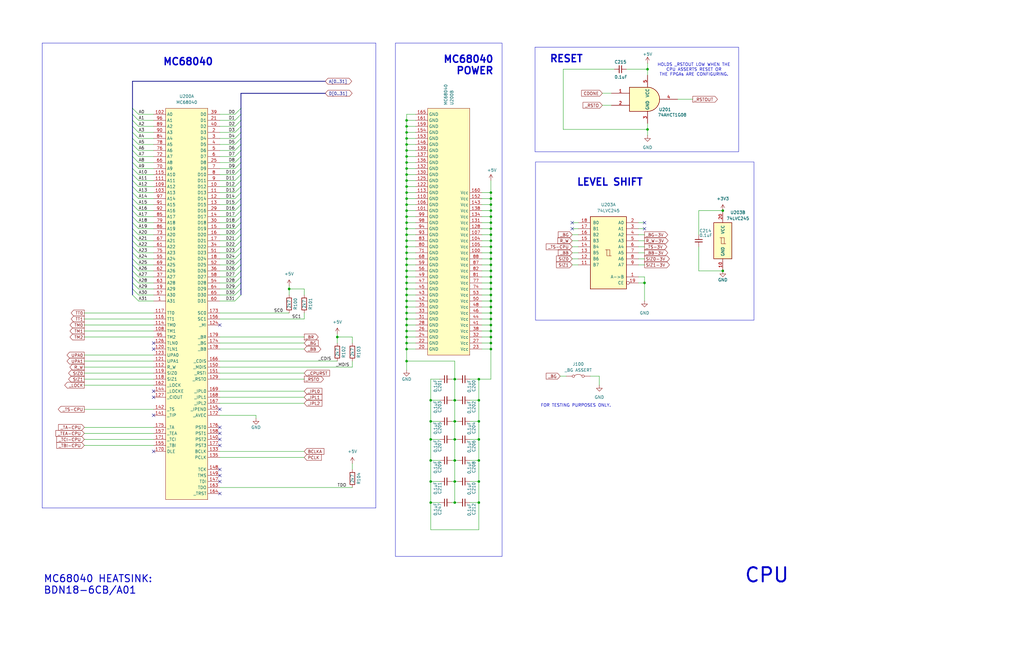
<source format=kicad_sch>
(kicad_sch (version 20231120) (generator "eeschema") (generator_version "8.0")
  (paper "B")
  (title_block (title "AmigaPCI 68040 Local Bus Card") (date "2024-10-26") (rev "4.0"))
  (junction (at 171.45 63.5))
  (junction (at 171.45 83.82))
  (junction (at 121.92 121.92))
  (junction (at 171.45 58.42))
  (junction (at 181.61 203.2))
  (junction (at 191.77 177.8))
  (junction (at 201.93 177.8))
  (junction (at 181.61 212.09))
  (junction (at 171.45 68.58))
  (junction (at 171.45 76.2))
  (junction (at 304.8 114.3))
  (junction (at 171.45 134.62))
  (junction (at 171.45 127))
  (junction (at 207.01 129.54))
  (junction (at 207.01 144.78))
  (junction (at 207.01 121.92))
  (junction (at 171.45 132.08))
  (junction (at 207.01 139.7))
  (junction (at 171.45 152.4))
  (junction (at 191.77 185.42))
  (junction (at 171.45 137.16))
  (junction (at 181.61 177.8))
  (junction (at 207.01 104.14))
  (junction (at 171.45 104.14))
  (junction (at 171.45 81.28))
  (junction (at 171.45 71.12))
  (junction (at 171.45 147.32))
  (junction (at 191.77 203.2))
  (junction (at 207.01 106.68))
  (junction (at 171.45 93.98))
  (junction (at 207.01 147.32))
  (junction (at 171.45 111.76))
  (junction (at 181.61 168.91))
  (junction (at 207.01 114.3))
  (junction (at 271.78 119.38))
  (junction (at 207.01 99.06))
  (junction (at 171.45 66.04))
  (junction (at 142.24 142.24))
  (junction (at 207.01 93.98))
  (junction (at 201.93 194.31))
  (junction (at 171.45 116.84))
  (junction (at 171.45 96.52))
  (junction (at 207.01 132.08))
  (junction (at 171.45 144.78))
  (junction (at 207.01 83.82))
  (junction (at 304.8 88.9))
  (junction (at 273.05 29.21))
  (junction (at 207.01 116.84))
  (junction (at 171.45 73.66))
  (junction (at 171.45 109.22))
  (junction (at 171.45 55.88))
  (junction (at 207.01 88.9))
  (junction (at 171.45 88.9))
  (junction (at 191.77 168.91))
  (junction (at 171.45 139.7))
  (junction (at 201.93 212.09))
  (junction (at 207.01 134.62))
  (junction (at 171.45 124.46))
  (junction (at 171.45 99.06))
  (junction (at 207.01 91.44))
  (junction (at 207.01 127))
  (junction (at 207.01 119.38))
  (junction (at 201.93 160.02))
  (junction (at 171.45 86.36))
  (junction (at 207.01 81.28))
  (junction (at 171.45 53.34))
  (junction (at 171.45 91.44))
  (junction (at 207.01 101.6))
  (junction (at 171.45 129.54))
  (junction (at 171.45 106.68))
  (junction (at 171.45 142.24))
  (junction (at 207.01 86.36))
  (junction (at 207.01 109.22))
  (junction (at 273.05 54.61))
  (junction (at 191.77 194.31))
  (junction (at 171.45 50.8))
  (junction (at 201.93 203.2))
  (junction (at 201.93 185.42))
  (junction (at 181.61 185.42))
  (junction (at 171.45 60.96))
  (junction (at 171.45 121.92))
  (junction (at 191.77 212.09))
  (junction (at 207.01 137.16))
  (junction (at 181.61 194.31))
  (junction (at 171.45 101.6))
  (junction (at 171.45 119.38))
  (junction (at 171.45 78.74))
  (junction (at 207.01 111.76))
  (junction (at 201.93 168.91))
  (junction (at 207.01 142.24))
  (junction (at 207.01 124.46))
  (junction (at 207.01 96.52))
  (junction (at 171.45 114.3))
  (junction (at 191.77 160.02))
  (no_connect (at 92.71 208.28))
  (no_connect (at 64.77 144.78))
  (no_connect (at 271.78 96.52))
  (no_connect (at 64.77 175.26))
  (no_connect (at 64.77 190.5))
  (no_connect (at 64.77 167.64))
  (no_connect (at 92.71 185.42))
  (no_connect (at 64.77 165.1))
  (no_connect (at 92.71 182.88))
  (no_connect (at 64.77 147.32))
  (no_connect (at 92.71 137.16))
  (no_connect (at 92.71 172.72))
  (no_connect (at 271.78 93.98))
  (no_connect (at 92.71 200.66))
  (no_connect (at 92.71 198.12))
  (no_connect (at 92.71 187.96))
  (no_connect (at 241.3 93.98))
  (no_connect (at 241.3 96.52))
  (no_connect (at 92.71 203.2))
  (no_connect (at 92.71 180.34))
  (bus_entry (at 99.06 50.8) (size 2.54 -2.54))
  (bus_entry (at 99.06 91.44) (size 2.54 -2.54))
  (bus_entry (at 58.42 106.68) (size -2.54 -2.54))
  (bus_entry (at 99.06 76.2) (size 2.54 -2.54))
  (bus_entry (at 58.42 58.42) (size -2.54 -2.54))
  (bus_entry (at 58.42 88.9) (size -2.54 -2.54))
  (bus_entry (at 99.06 78.74) (size 2.54 -2.54))
  (bus_entry (at 99.06 104.14) (size 2.54 -2.54))
  (bus_entry (at 99.06 60.96) (size 2.54 -2.54))
  (bus_entry (at 99.06 83.82) (size 2.54 -2.54))
  (bus_entry (at 58.42 83.82) (size -2.54 -2.54))
  (bus_entry (at 58.42 63.5) (size -2.54 -2.54))
  (bus_entry (at 99.06 63.5) (size 2.54 -2.54))
  (bus_entry (at 58.42 96.52) (size -2.54 -2.54))
  (bus_entry (at 99.06 101.6) (size 2.54 -2.54))
  (bus_entry (at 58.42 116.84) (size -2.54 -2.54))
  (bus_entry (at 58.42 124.46) (size -2.54 -2.54))
  (bus_entry (at 58.42 93.98) (size -2.54 -2.54))
  (bus_entry (at 99.06 116.84) (size 2.54 -2.54))
  (bus_entry (at 99.06 124.46) (size 2.54 -2.54))
  (bus_entry (at 99.06 106.68) (size 2.54 -2.54))
  (bus_entry (at 58.42 81.28) (size -2.54 -2.54))
  (bus_entry (at 58.42 101.6) (size -2.54 -2.54))
  (bus_entry (at 99.06 53.34) (size 2.54 -2.54))
  (bus_entry (at 99.06 86.36) (size 2.54 -2.54))
  (bus_entry (at 99.06 88.9) (size 2.54 -2.54))
  (bus_entry (at 58.42 48.26) (size -2.54 -2.54))
  (bus_entry (at 58.42 109.22) (size -2.54 -2.54))
  (bus_entry (at 99.06 93.98) (size 2.54 -2.54))
  (bus_entry (at 58.42 50.8) (size -2.54 -2.54))
  (bus_entry (at 58.42 121.92) (size -2.54 -2.54))
  (bus_entry (at 58.42 127) (size -2.54 -2.54))
  (bus_entry (at 58.42 91.44) (size -2.54 -2.54))
  (bus_entry (at 99.06 73.66) (size 2.54 -2.54))
  (bus_entry (at 58.42 119.38) (size -2.54 -2.54))
  (bus_entry (at 58.42 114.3) (size -2.54 -2.54))
  (bus_entry (at 99.06 58.42) (size 2.54 -2.54))
  (bus_entry (at 99.06 121.92) (size 2.54 -2.54))
  (bus_entry (at 99.06 109.22) (size 2.54 -2.54))
  (bus_entry (at 58.42 71.12) (size -2.54 -2.54))
  (bus_entry (at 99.06 127) (size 2.54 -2.54))
  (bus_entry (at 99.06 111.76) (size 2.54 -2.54))
  (bus_entry (at 58.42 53.34) (size -2.54 -2.54))
  (bus_entry (at 58.42 99.06) (size -2.54 -2.54))
  (bus_entry (at 58.42 78.74) (size -2.54 -2.54))
  (bus_entry (at 99.06 114.3) (size 2.54 -2.54))
  (bus_entry (at 58.42 86.36) (size -2.54 -2.54))
  (bus_entry (at 99.06 55.88) (size 2.54 -2.54))
  (bus_entry (at 58.42 104.14) (size -2.54 -2.54))
  (bus_entry (at 58.42 111.76) (size -2.54 -2.54))
  (bus_entry (at 99.06 66.04) (size 2.54 -2.54))
  (bus_entry (at 58.42 66.04) (size -2.54 -2.54))
  (bus_entry (at 58.42 60.96) (size -2.54 -2.54))
  (bus_entry (at 99.06 119.38) (size 2.54 -2.54))
  (bus_entry (at 58.42 73.66) (size -2.54 -2.54))
  (bus_entry (at 99.06 96.52) (size 2.54 -2.54))
  (bus_entry (at 58.42 68.58) (size -2.54 -2.54))
  (bus_entry (at 99.06 48.26) (size 2.54 -2.54))
  (bus_entry (at 99.06 81.28) (size 2.54 -2.54))
  (bus_entry (at 99.06 99.06) (size 2.54 -2.54))
  (bus_entry (at 58.42 76.2) (size -2.54 -2.54))
  (bus_entry (at 99.06 71.12) (size 2.54 -2.54))
  (bus_entry (at 99.06 68.58) (size 2.54 -2.54))
  (bus_entry (at 58.42 55.88) (size -2.54 -2.54))
  (wire (pts (xy 35.56 152.4) (xy 64.77 152.4)))
  (wire (pts (xy 236.22 158.75) (xy 238.76 158.75)))
  (wire (pts (xy 171.45 106.68) (xy 171.45 109.22)))
  (wire (pts (xy 207.01 99.06) (xy 207.01 101.6)))
  (wire (pts (xy 92.71 132.08) (xy 121.92 132.08)))
  (wire (pts (xy 92.71 127) (xy 99.06 127)))
  (wire (pts (xy 241.3 96.52) (xy 243.84 96.52)))
  (wire (pts (xy 207.01 116.84) (xy 203.2 116.84)))
  (wire (pts (xy 191.77 152.4) (xy 191.77 160.02)))
  (wire (pts (xy 207.01 83.82) (xy 207.01 86.36)))
  (wire (pts (xy 58.42 81.28) (xy 64.77 81.28)))
  (wire (pts (xy 58.42 73.66) (xy 64.77 73.66)))
  (wire (pts (xy 175.26 81.28) (xy 171.45 81.28)))
  (wire (pts (xy 58.42 119.38) (xy 64.77 119.38)))
  (wire (pts (xy 92.71 73.66) (xy 99.06 73.66)))
  (bus (pts (xy 101.6 83.82) (xy 101.6 86.36)))
  (wire (pts (xy 198.12 160.02) (xy 201.93 160.02)))
  (wire (pts (xy 269.24 116.84) (xy 271.78 116.84)))
  (wire (pts (xy 171.45 73.66) (xy 171.45 76.2)))
  (wire (pts (xy 193.04 212.09) (xy 191.77 212.09)))
  (wire (pts (xy 193.04 203.2) (xy 191.77 203.2)))
  (wire (pts (xy 128.27 124.46) (xy 128.27 121.92)))
  (wire (pts (xy 35.56 149.86) (xy 64.77 149.86)))
  (wire (pts (xy 207.01 121.92) (xy 207.01 124.46)))
  (wire (pts (xy 35.56 180.34) (xy 64.77 180.34)))
  (wire (pts (xy 207.01 104.14) (xy 207.01 106.68)))
  (wire (pts (xy 175.26 96.52) (xy 171.45 96.52)))
  (wire (pts (xy 148.59 195.58) (xy 148.59 198.12)))
  (bus (pts (xy 101.6 109.22) (xy 101.6 111.76)))
  (bus (pts (xy 55.88 96.52) (xy 55.88 99.06)))
  (wire (pts (xy 181.61 203.2) (xy 185.42 203.2)))
  (wire (pts (xy 35.56 182.88) (xy 64.77 182.88)))
  (wire (pts (xy 191.77 185.42) (xy 191.77 194.31)))
  (wire (pts (xy 58.42 121.92) (xy 64.77 121.92)))
  (bus (pts (xy 101.6 106.68) (xy 101.6 109.22)))
  (bus (pts (xy 55.88 68.58) (xy 55.88 71.12)))
  (wire (pts (xy 181.61 160.02) (xy 181.61 168.91)))
  (wire (pts (xy 175.26 147.32) (xy 171.45 147.32)))
  (wire (pts (xy 92.71 50.8) (xy 99.06 50.8)))
  (wire (pts (xy 175.26 106.68) (xy 171.45 106.68)))
  (wire (pts (xy 171.45 50.8) (xy 171.45 53.34)))
  (wire (pts (xy 92.71 91.44) (xy 99.06 91.44)))
  (wire (pts (xy 198.12 168.91) (xy 201.93 168.91)))
  (wire (pts (xy 201.93 223.52) (xy 181.61 223.52)))
  (wire (pts (xy 207.01 144.78) (xy 207.01 147.32)))
  (wire (pts (xy 92.71 55.88) (xy 99.06 55.88)))
  (wire (pts (xy 58.42 83.82) (xy 64.77 83.82)))
  (wire (pts (xy 58.42 86.36) (xy 64.77 86.36)))
  (bus (pts (xy 101.6 86.36) (xy 101.6 88.9)))
  (wire (pts (xy 171.45 129.54) (xy 171.45 132.08)))
  (wire (pts (xy 207.01 114.3) (xy 203.2 114.3)))
  (bus (pts (xy 101.6 45.72) (xy 101.6 48.26)))
  (wire (pts (xy 58.42 114.3) (xy 64.77 114.3)))
  (bus (pts (xy 55.88 83.82) (xy 55.88 86.36)))
  (wire (pts (xy 35.56 154.94) (xy 64.77 154.94)))
  (bus (pts (xy 101.6 101.6) (xy 101.6 104.14)))
  (bus (pts (xy 101.6 121.92) (xy 101.6 124.46)))
  (wire (pts (xy 175.26 101.6) (xy 171.45 101.6)))
  (wire (pts (xy 207.01 144.78) (xy 203.2 144.78)))
  (wire (pts (xy 207.01 81.28) (xy 207.01 83.82)))
  (wire (pts (xy 175.26 119.38) (xy 171.45 119.38)))
  (wire (pts (xy 203.2 132.08) (xy 207.01 132.08)))
  (wire (pts (xy 171.45 58.42) (xy 171.45 60.96)))
  (bus (pts (xy 55.88 66.04) (xy 55.88 68.58)))
  (wire (pts (xy 35.56 162.56) (xy 64.77 162.56)))
  (bus (pts (xy 55.88 81.28) (xy 55.88 83.82)))
  (wire (pts (xy 175.26 50.8) (xy 171.45 50.8)))
  (wire (pts (xy 171.45 55.88) (xy 171.45 58.42)))
  (wire (pts (xy 191.77 168.91) (xy 190.5 168.91)))
  (wire (pts (xy 241.3 109.22) (xy 243.84 109.22)))
  (bus (pts (xy 55.88 50.8) (xy 55.88 53.34)))
  (wire (pts (xy 171.45 60.96) (xy 171.45 63.5)))
  (wire (pts (xy 175.26 93.98) (xy 171.45 93.98)))
  (bus (pts (xy 101.6 66.04) (xy 101.6 68.58)))
  (wire (pts (xy 241.3 111.76) (xy 243.84 111.76)))
  (wire (pts (xy 92.71 99.06) (xy 99.06 99.06)))
  (wire (pts (xy 171.45 111.76) (xy 171.45 114.3)))
  (wire (pts (xy 175.26 116.84) (xy 171.45 116.84)))
  (wire (pts (xy 193.04 160.02) (xy 191.77 160.02)))
  (wire (pts (xy 271.78 119.38) (xy 269.24 119.38)))
  (wire (pts (xy 175.26 99.06) (xy 171.45 99.06)))
  (wire (pts (xy 207.01 139.7) (xy 207.01 142.24)))
  (wire (pts (xy 171.45 53.34) (xy 171.45 55.88)))
  (wire (pts (xy 175.26 68.58) (xy 171.45 68.58)))
  (wire (pts (xy 171.45 144.78) (xy 171.45 147.32)))
  (wire (pts (xy 294.64 114.3) (xy 304.8 114.3)))
  (wire (pts (xy 207.01 99.06) (xy 203.2 99.06)))
  (bus (pts (xy 55.88 48.26) (xy 55.88 50.8)))
  (bus (pts (xy 101.6 68.58) (xy 101.6 71.12)))
  (wire (pts (xy 191.77 168.91) (xy 191.77 177.8)))
  (wire (pts (xy 193.04 168.91) (xy 191.77 168.91)))
  (wire (pts (xy 35.56 187.96) (xy 64.77 187.96)))
  (bus (pts (xy 101.6 60.96) (xy 101.6 63.5)))
  (wire (pts (xy 241.3 93.98) (xy 243.84 93.98)))
  (wire (pts (xy 241.3 104.14) (xy 243.84 104.14)))
  (wire (pts (xy 58.42 101.6) (xy 64.77 101.6)))
  (wire (pts (xy 121.92 121.92) (xy 121.92 124.46)))
  (wire (pts (xy 148.59 144.78) (xy 148.59 142.24)))
  (bus (pts (xy 101.6 119.38) (xy 101.6 121.92)))
  (wire (pts (xy 207.01 109.22) (xy 207.01 111.76)))
  (bus (pts (xy 55.88 88.9) (xy 55.88 91.44)))
  (bus (pts (xy 55.88 93.98) (xy 55.88 96.52)))
  (wire (pts (xy 198.12 185.42) (xy 201.93 185.42)))
  (wire (pts (xy 207.01 124.46) (xy 207.01 127)))
  (wire (pts (xy 92.71 134.62) (xy 128.27 134.62)))
  (bus (pts (xy 55.88 55.88) (xy 55.88 58.42)))
  (wire (pts (xy 92.71 116.84) (xy 99.06 116.84)))
  (wire (pts (xy 207.01 139.7) (xy 203.2 139.7)))
  (wire (pts (xy 181.61 177.8) (xy 185.42 177.8)))
  (wire (pts (xy 207.01 127) (xy 203.2 127)))
  (wire (pts (xy 58.42 116.84) (xy 64.77 116.84)))
  (wire (pts (xy 171.45 119.38) (xy 171.45 121.92)))
  (wire (pts (xy 92.71 142.24) (xy 128.27 142.24)))
  (wire (pts (xy 248.92 158.75) (xy 252.73 158.75)))
  (wire (pts (xy 175.26 55.88) (xy 171.45 55.88)))
  (wire (pts (xy 207.01 96.52) (xy 207.01 99.06)))
  (wire (pts (xy 207.01 127) (xy 207.01 129.54)))
  (bus (pts (xy 55.88 76.2) (xy 55.88 78.74)))
  (wire (pts (xy 92.71 193.04) (xy 128.27 193.04)))
  (wire (pts (xy 175.26 121.92) (xy 171.45 121.92)))
  (bus (pts (xy 101.6 58.42) (xy 101.6 60.96)))
  (wire (pts (xy 207.01 83.82) (xy 203.2 83.82)))
  (wire (pts (xy 92.71 104.14) (xy 99.06 104.14)))
  (wire (pts (xy 175.26 129.54) (xy 171.45 129.54)))
  (wire (pts (xy 92.71 53.34) (xy 99.06 53.34)))
  (wire (pts (xy 201.93 177.8) (xy 201.93 185.42)))
  (wire (pts (xy 171.45 137.16) (xy 171.45 139.7)))
  (wire (pts (xy 191.77 177.8) (xy 191.77 185.42)))
  (wire (pts (xy 191.77 212.09) (xy 190.5 212.09)))
  (wire (pts (xy 271.78 99.06) (xy 269.24 99.06)))
  (wire (pts (xy 175.26 142.24) (xy 171.45 142.24)))
  (bus (pts (xy 101.6 93.98) (xy 101.6 96.52)))
  (wire (pts (xy 92.71 71.12) (xy 99.06 71.12)))
  (wire (pts (xy 207.01 106.68) (xy 203.2 106.68)))
  (wire (pts (xy 207.01 119.38) (xy 207.01 121.92)))
  (wire (pts (xy 252.73 158.75) (xy 252.73 162.56)))
  (wire (pts (xy 171.45 83.82) (xy 171.45 86.36)))
  (wire (pts (xy 148.59 142.24) (xy 142.24 142.24)))
  (wire (pts (xy 58.42 50.8) (xy 64.77 50.8)))
  (wire (pts (xy 181.61 212.09) (xy 181.61 223.52)))
  (bus (pts (xy 101.6 55.88) (xy 101.6 58.42)))
  (bus (pts (xy 101.6 91.44) (xy 101.6 93.98)))
  (wire (pts (xy 142.24 140.97) (xy 142.24 142.24)))
  (wire (pts (xy 58.42 53.34) (xy 64.77 53.34)))
  (wire (pts (xy 207.01 134.62) (xy 207.01 137.16)))
  (wire (pts (xy 58.42 68.58) (xy 64.77 68.58)))
  (wire (pts (xy 58.42 124.46) (xy 64.77 124.46)))
  (wire (pts (xy 207.01 116.84) (xy 207.01 119.38)))
  (wire (pts (xy 92.71 58.42) (xy 99.06 58.42)))
  (wire (pts (xy 171.45 96.52) (xy 171.45 99.06)))
  (wire (pts (xy 207.01 104.14) (xy 203.2 104.14)))
  (bus (pts (xy 101.6 73.66) (xy 101.6 76.2)))
  (wire (pts (xy 207.01 106.68) (xy 207.01 109.22)))
  (wire (pts (xy 175.26 127) (xy 171.45 127)))
  (wire (pts (xy 58.42 58.42) (xy 64.77 58.42)))
  (wire (pts (xy 175.26 124.46) (xy 171.45 124.46)))
  (wire (pts (xy 193.04 185.42) (xy 191.77 185.42)))
  (wire (pts (xy 198.12 177.8) (xy 201.93 177.8)))
  (wire (pts (xy 171.45 114.3) (xy 171.45 116.84)))
  (wire (pts (xy 35.56 132.08) (xy 64.77 132.08)))
  (wire (pts (xy 207.01 114.3) (xy 207.01 116.84)))
  (bus (pts (xy 55.88 106.68) (xy 55.88 109.22)))
  (bus (pts (xy 101.6 104.14) (xy 101.6 106.68)))
  (wire (pts (xy 171.45 81.28) (xy 171.45 83.82)))
  (wire (pts (xy 191.77 160.02) (xy 191.77 168.91)))
  (wire (pts (xy 175.26 58.42) (xy 171.45 58.42)))
  (bus (pts (xy 55.88 34.29) (xy 137.16 34.29)))
  (wire (pts (xy 92.71 88.9) (xy 99.06 88.9)))
  (wire (pts (xy 294.64 99.06) (xy 294.64 88.9)))
  (wire (pts (xy 175.26 104.14) (xy 171.45 104.14)))
  (bus (pts (xy 55.88 101.6) (xy 55.88 104.14)))
  (wire (pts (xy 271.78 109.22) (xy 269.24 109.22)))
  (bus (pts (xy 55.88 91.44) (xy 55.88 93.98)))
  (wire (pts (xy 175.26 111.76) (xy 171.45 111.76)))
  (wire (pts (xy 92.71 157.48) (xy 128.27 157.48)))
  (wire (pts (xy 171.45 68.58) (xy 171.45 71.12)))
  (bus (pts (xy 55.88 58.42) (xy 55.88 60.96)))
  (wire (pts (xy 171.45 142.24) (xy 171.45 144.78)))
  (wire (pts (xy 92.71 68.58) (xy 99.06 68.58)))
  (wire (pts (xy 237.49 54.61) (xy 273.05 54.61)))
  (wire (pts (xy 191.77 194.31) (xy 191.77 203.2)))
  (wire (pts (xy 269.24 111.76) (xy 271.78 111.76)))
  (wire (pts (xy 207.01 142.24) (xy 207.01 144.78)))
  (bus (pts (xy 55.88 99.06) (xy 55.88 101.6)))
  (wire (pts (xy 58.42 104.14) (xy 64.77 104.14)))
  (wire (pts (xy 207.01 132.08) (xy 207.01 134.62)))
  (wire (pts (xy 92.71 83.82) (xy 99.06 83.82)))
  (wire (pts (xy 264.16 29.21) (xy 273.05 29.21)))
  (bus (pts (xy 55.88 60.96) (xy 55.88 63.5)))
  (wire (pts (xy 58.42 63.5) (xy 64.77 63.5)))
  (wire (pts (xy 198.12 212.09) (xy 201.93 212.09)))
  (bus (pts (xy 101.6 63.5) (xy 101.6 66.04)))
  (wire (pts (xy 254 39.37) (xy 257.81 39.37)))
  (wire (pts (xy 58.42 99.06) (xy 64.77 99.06)))
  (wire (pts (xy 207.01 109.22) (xy 203.2 109.22)))
  (wire (pts (xy 92.71 96.52) (xy 99.06 96.52)))
  (wire (pts (xy 271.78 93.98) (xy 269.24 93.98)))
  (wire (pts (xy 207.01 111.76) (xy 207.01 114.3)))
  (bus (pts (xy 55.88 111.76) (xy 55.88 114.3)))
  (wire (pts (xy 175.26 137.16) (xy 171.45 137.16)))
  (wire (pts (xy 198.12 194.31) (xy 201.93 194.31)))
  (wire (pts (xy 92.71 78.74) (xy 99.06 78.74)))
  (bus (pts (xy 55.88 119.38) (xy 55.88 121.92)))
  (wire (pts (xy 181.61 194.31) (xy 181.61 203.2)))
  (wire (pts (xy 191.77 160.02) (xy 190.5 160.02)))
  (wire (pts (xy 241.3 101.6) (xy 243.84 101.6)))
  (wire (pts (xy 175.26 73.66) (xy 171.45 73.66)))
  (wire (pts (xy 259.08 29.21) (xy 237.49 29.21)))
  (bus (pts (xy 55.88 63.5) (xy 55.88 66.04)))
  (wire (pts (xy 207.01 119.38) (xy 203.2 119.38)))
  (wire (pts (xy 207.01 96.52) (xy 203.2 96.52)))
  (wire (pts (xy 181.61 160.02) (xy 185.42 160.02)))
  (wire (pts (xy 207.01 137.16) (xy 203.2 137.16)))
  (wire (pts (xy 271.78 106.68) (xy 269.24 106.68)))
  (wire (pts (xy 201.93 203.2) (xy 201.93 212.09)))
  (wire (pts (xy 175.26 91.44) (xy 171.45 91.44)))
  (wire (pts (xy 35.56 137.16) (xy 64.77 137.16)))
  (wire (pts (xy 175.26 132.08) (xy 171.45 132.08)))
  (wire (pts (xy 203.2 91.44) (xy 207.01 91.44)))
  (wire (pts (xy 175.26 88.9) (xy 171.45 88.9)))
  (wire (pts (xy 207.01 88.9) (xy 207.01 91.44)))
  (wire (pts (xy 92.71 66.04) (xy 99.06 66.04)))
  (wire (pts (xy 271.78 101.6) (xy 269.24 101.6)))
  (wire (pts (xy 92.71 101.6) (xy 99.06 101.6)))
  (wire (pts (xy 207.01 137.16) (xy 207.01 139.7)))
  (wire (pts (xy 171.45 156.21) (xy 171.45 152.4)))
  (wire (pts (xy 207.01 93.98) (xy 207.01 96.52)))
  (wire (pts (xy 58.42 71.12) (xy 64.77 71.12)))
  (wire (pts (xy 58.42 55.88) (xy 64.77 55.88)))
  (wire (pts (xy 92.71 76.2) (xy 99.06 76.2)))
  (wire (pts (xy 181.61 194.31) (xy 185.42 194.31)))
  (wire (pts (xy 171.45 91.44) (xy 171.45 93.98)))
  (wire (pts (xy 121.92 120.65) (xy 121.92 121.92)))
  (wire (pts (xy 191.77 177.8) (xy 190.5 177.8)))
  (wire (pts (xy 171.45 139.7) (xy 171.45 142.24)))
  (wire (pts (xy 58.42 76.2) (xy 64.77 76.2)))
  (wire (pts (xy 142.24 142.24) (xy 142.24 144.78)))
  (wire (pts (xy 92.71 147.32) (xy 128.27 147.32)))
  (wire (pts (xy 207.01 91.44) (xy 207.01 93.98)))
  (wire (pts (xy 273.05 29.21) (xy 273.05 31.75)))
  (bus (pts (xy 55.88 53.34) (xy 55.88 55.88)))
  (bus (pts (xy 101.6 76.2) (xy 101.6 78.74)))
  (wire (pts (xy 175.26 139.7) (xy 171.45 139.7)))
  (bus (pts (xy 101.6 39.37) (xy 137.16 39.37)))
  (wire (pts (xy 181.61 168.91) (xy 185.42 168.91)))
  (wire (pts (xy 171.45 116.84) (xy 171.45 119.38)))
  (wire (pts (xy 175.26 114.3) (xy 171.45 114.3)))
  (wire (pts (xy 175.26 109.22) (xy 171.45 109.22)))
  (bus (pts (xy 101.6 96.52) (xy 101.6 99.06)))
  (wire (pts (xy 171.45 48.26) (xy 171.45 50.8)))
  (bus (pts (xy 101.6 45.72) (xy 101.6 39.37)))
  (wire (pts (xy 171.45 78.74) (xy 171.45 81.28)))
  (wire (pts (xy 35.56 134.62) (xy 64.77 134.62)))
  (wire (pts (xy 171.45 104.14) (xy 171.45 106.68)))
  (wire (pts (xy 171.45 124.46) (xy 171.45 127)))
  (wire (pts (xy 271.78 104.14) (xy 269.24 104.14)))
  (wire (pts (xy 175.26 66.04) (xy 171.45 66.04)))
  (wire (pts (xy 181.61 168.91) (xy 181.61 177.8)))
  (wire (pts (xy 292.1 41.91) (xy 285.75 41.91)))
  (wire (pts (xy 191.77 152.4) (xy 171.45 152.4)))
  (wire (pts (xy 35.56 172.72) (xy 64.77 172.72)))
  (wire (pts (xy 181.61 177.8) (xy 181.61 185.42)))
  (wire (pts (xy 35.56 160.02) (xy 64.77 160.02)))
  (wire (pts (xy 175.26 63.5) (xy 171.45 63.5)))
  (wire (pts (xy 148.59 152.4) (xy 148.59 154.94)))
  (wire (pts (xy 171.45 86.36) (xy 171.45 88.9)))
  (wire (pts (xy 273.05 54.61) (xy 273.05 57.15)))
  (wire (pts (xy 207.01 129.54) (xy 207.01 132.08)))
  (wire (pts (xy 92.71 167.64) (xy 128.27 167.64)))
  (wire (pts (xy 294.64 104.14) (xy 294.64 114.3)))
  (wire (pts (xy 92.71 114.3) (xy 99.06 114.3)))
  (wire (pts (xy 203.2 111.76) (xy 207.01 111.76)))
  (wire (pts (xy 92.71 109.22) (xy 99.06 109.22)))
  (wire (pts (xy 273.05 52.07) (xy 273.05 54.61)))
  (wire (pts (xy 92.71 205.74) (xy 148.59 205.74)))
  (wire (pts (xy 181.61 212.09) (xy 185.42 212.09)))
  (wire (pts (xy 171.45 93.98) (xy 171.45 96.52)))
  (wire (pts (xy 207.01 101.6) (xy 207.01 104.14)))
  (wire (pts (xy 171.45 132.08) (xy 171.45 134.62)))
  (wire (pts (xy 207.01 160.02) (xy 201.93 160.02)))
  (wire (pts (xy 128.27 132.08) (xy 128.27 134.62)))
  (wire (pts (xy 35.56 185.42) (xy 64.77 185.42)))
  (wire (pts (xy 191.77 185.42) (xy 190.5 185.42)))
  (wire (pts (xy 207.01 76.2) (xy 207.01 81.28)))
  (bus (pts (xy 55.88 45.72) (xy 55.88 48.26)))
  (wire (pts (xy 58.42 127) (xy 64.77 127)))
  (wire (pts (xy 35.56 139.7) (xy 64.77 139.7)))
  (wire (pts (xy 191.77 203.2) (xy 190.5 203.2)))
  (wire (pts (xy 171.45 76.2) (xy 171.45 78.74)))
  (wire (pts (xy 201.93 168.91) (xy 201.93 177.8)))
  (wire (pts (xy 107.95 175.26) (xy 107.95 176.53)))
  (wire (pts (xy 171.45 63.5) (xy 171.45 66.04)))
  (wire (pts (xy 171.45 88.9) (xy 171.45 91.44)))
  (bus (pts (xy 55.88 71.12) (xy 55.88 73.66)))
  (wire (pts (xy 92.71 106.68) (xy 99.06 106.68)))
  (wire (pts (xy 92.71 165.1) (xy 128.27 165.1)))
  (wire (pts (xy 171.45 71.12) (xy 171.45 73.66)))
  (wire (pts (xy 207.01 134.62) (xy 203.2 134.62)))
  (wire (pts (xy 92.71 93.98) (xy 99.06 93.98)))
  (wire (pts (xy 58.42 48.26) (xy 64.77 48.26)))
  (bus (pts (xy 55.88 104.14) (xy 55.88 106.68)))
  (wire (pts (xy 237.49 29.21) (xy 237.49 54.61)))
  (wire (pts (xy 207.01 147.32) (xy 203.2 147.32)))
  (wire (pts (xy 175.26 86.36) (xy 171.45 86.36)))
  (wire (pts (xy 198.12 203.2) (xy 201.93 203.2)))
  (wire (pts (xy 171.45 101.6) (xy 171.45 104.14)))
  (wire (pts (xy 171.45 121.92) (xy 171.45 124.46)))
  (wire (pts (xy 92.71 48.26) (xy 99.06 48.26)))
  (wire (pts (xy 271.78 96.52) (xy 269.24 96.52)))
  (wire (pts (xy 201.93 160.02) (xy 201.93 168.91)))
  (wire (pts (xy 175.26 48.26) (xy 171.45 48.26)))
  (wire (pts (xy 207.01 129.54) (xy 203.2 129.54)))
  (wire (pts (xy 92.71 152.4) (xy 142.24 152.4)))
  (wire (pts (xy 58.42 93.98) (xy 64.77 93.98)))
  (wire (pts (xy 128.27 121.92) (xy 121.92 121.92)))
  (wire (pts (xy 92.71 119.38) (xy 99.06 119.38)))
  (wire (pts (xy 171.45 66.04) (xy 171.45 68.58)))
  (wire (pts (xy 207.01 124.46) (xy 203.2 124.46)))
  (wire (pts (xy 207.01 86.36) (xy 203.2 86.36)))
  (wire (pts (xy 241.3 106.68) (xy 243.84 106.68)))
  (wire (pts (xy 203.2 101.6) (xy 207.01 101.6)))
  (wire (pts (xy 92.71 124.46) (xy 99.06 124.46)))
  (wire (pts (xy 58.42 91.44) (xy 64.77 91.44)))
  (wire (pts (xy 175.26 134.62) (xy 171.45 134.62)))
  (wire (pts (xy 191.77 203.2) (xy 191.77 212.09)))
  (wire (pts (xy 203.2 81.28) (xy 207.01 81.28)))
  (bus (pts (xy 101.6 48.26) (xy 101.6 50.8)))
  (wire (pts (xy 35.56 142.24) (xy 64.77 142.24)))
  (wire (pts (xy 201.93 194.31) (xy 201.93 203.2)))
  (wire (pts (xy 58.42 88.9) (xy 64.77 88.9)))
  (bus (pts (xy 55.88 116.84) (xy 55.88 119.38)))
  (wire (pts (xy 181.61 185.42) (xy 181.61 194.31)))
  (wire (pts (xy 92.71 111.76) (xy 99.06 111.76)))
  (wire (pts (xy 203.2 121.92) (xy 207.01 121.92)))
  (wire (pts (xy 171.45 109.22) (xy 171.45 111.76)))
  (wire (pts (xy 171.45 127) (xy 171.45 129.54)))
  (wire (pts (xy 92.71 121.92) (xy 99.06 121.92)))
  (wire (pts (xy 181.61 203.2) (xy 181.61 212.09)))
  (wire (pts (xy 175.26 78.74) (xy 171.45 78.74)))
  (wire (pts (xy 92.71 60.96) (xy 99.06 60.96)))
  (wire (pts (xy 92.71 170.18) (xy 128.27 170.18)))
  (wire (pts (xy 201.93 185.42) (xy 201.93 194.31)))
  (wire (pts (xy 58.42 109.22) (xy 64.77 109.22)))
  (wire (pts (xy 92.71 154.94) (xy 148.59 154.94)))
  (wire (pts (xy 271.78 119.38) (xy 271.78 127)))
  (bus (pts (xy 101.6 53.34) (xy 101.6 55.88)))
  (bus (pts (xy 101.6 71.12) (xy 101.6 73.66)))
  (wire (pts (xy 58.42 60.96) (xy 64.77 60.96)))
  (bus (pts (xy 55.88 34.29) (xy 55.88 45.72)))
  (wire (pts (xy 92.71 160.02) (xy 128.27 160.02)))
  (wire (pts (xy 58.42 106.68) (xy 64.77 106.68)))
  (wire (pts (xy 254 44.45) (xy 257.81 44.45)))
  (bus (pts (xy 101.6 114.3) (xy 101.6 116.84)))
  (wire (pts (xy 92.71 81.28) (xy 99.06 81.28)))
  (wire (pts (xy 58.42 66.04) (xy 64.77 66.04)))
  (wire (pts (xy 273.05 26.67) (xy 273.05 29.21)))
  (bus (pts (xy 101.6 99.06) (xy 101.6 101.6)))
  (wire (pts (xy 193.04 194.31) (xy 191.77 194.31)))
  (wire (pts (xy 58.42 78.74) (xy 64.77 78.74)))
  (bus (pts (xy 101.6 88.9) (xy 101.6 91.44)))
  (wire (pts (xy 92.71 63.5) (xy 99.06 63.5)))
  (wire (pts (xy 191.77 194.31) (xy 190.5 194.31)))
  (wire (pts (xy 271.78 116.84) (xy 271.78 119.38)))
  (bus (pts (xy 55.88 86.36) (xy 55.88 88.9)))
  (bus (pts (xy 101.6 81.28) (xy 101.6 83.82)))
  (wire (pts (xy 171.45 99.06) (xy 171.45 101.6)))
  (wire (pts (xy 181.61 185.42) (xy 185.42 185.42)))
  (wire (pts (xy 175.26 144.78) (xy 171.45 144.78)))
  (wire (pts (xy 207.01 88.9) (xy 203.2 88.9)))
  (wire (pts (xy 241.3 99.06) (xy 243.84 99.06)))
  (bus (pts (xy 101.6 111.76) (xy 101.6 114.3)))
  (wire (pts (xy 193.04 177.8) (xy 191.77 177.8)))
  (wire (pts (xy 175.26 53.34) (xy 171.45 53.34)))
  (wire (pts (xy 171.45 134.62) (xy 171.45 137.16)))
  (wire (pts (xy 207.01 147.32) (xy 207.01 160.02)))
  (bus (pts (xy 55.88 114.3) (xy 55.88 116.84)))
  (wire (pts (xy 58.42 96.52) (xy 64.77 96.52)))
  (bus (pts (xy 101.6 78.74) (xy 101.6 81.28)))
  (wire (pts (xy 175.26 83.82) (xy 171.45 83.82)))
  (wire (pts (xy 207.01 93.98) (xy 203.2 93.98)))
  (wire (pts (xy 35.56 157.48) (xy 64.77 157.48)))
  (bus (pts (xy 55.88 78.74) (xy 55.88 81.28)))
  (wire (pts (xy 175.26 76.2) (xy 171.45 76.2)))
  (bus (pts (xy 55.88 73.66) (xy 55.88 76.2)))
  (wire (pts (xy 294.64 88.9) (xy 304.8 88.9)))
  (wire (pts (xy 207.01 86.36) (xy 207.01 88.9)))
  (wire (pts (xy 92.71 144.78) (xy 128.27 144.78)))
  (bus (pts (xy 101.6 116.84) (xy 101.6 119.38)))
  (wire (pts (xy 92.71 86.36) (xy 99.06 86.36)))
  (wire (pts (xy 201.93 212.09) (xy 201.93 223.52)))
  (bus (pts (xy 101.6 50.8) (xy 101.6 53.34)))
  (bus (pts (xy 55.88 109.22) (xy 55.88 111.76)))
  (wire (pts (xy 58.42 111.76) (xy 64.77 111.76)))
  (wire (pts (xy 175.26 71.12) (xy 171.45 71.12)))
  (wire (pts (xy 175.26 60.96) (xy 171.45 60.96)))
  (wire (pts (xy 92.71 175.26) (xy 107.95 175.26)))
  (wire (pts (xy 171.45 147.32) (xy 171.45 152.4)))
  (bus (pts (xy 55.88 121.92) (xy 55.88 124.46)))
  (wire (pts (xy 203.2 142.24) (xy 207.01 142.24)))
  (wire (pts (xy 92.71 190.5) (xy 128.27 190.5)))
  (rectangle (start 166.751 234.823) (end 211.709 18.161))
  (rectangle (start 225.806 68.326) (end 317.94 135.128))
  (rectangle (start 17.78 18.161) (end 158.496 214.376))
  (rectangle (start 225.612 19.9) (end 311.464 64.06))
  (text "RESET" (at 231.648 26.67 0) (effects (font (size 3 3) (thickness 0.6) (bold yes)) (justify left bottom)))
  (text "MC68040 HEATSINK: \nBDN18-6CB/A01" (at 18.288 250.952 0) (effects (font (size 3 3) (thickness 0.4) (bold yes)) (justify left bottom)))
  (text "LEVEL SHIFT" (at 243.078 78.74 0) (effects (font (size 3 3) (thickness 0.6) (bold yes)) (justify left bottom)))
  (text "MC68040" (at 68.58 27.94 0) (effects (font (size 3 3) (thickness 0.6) (bold yes)) (justify left bottom)))
  (text "FOR TESTING PURPOSES ONLY." (at 242.824 171.196 0) (effects (font (size 1.27 1.27))))
  (text "MC68040\nPOWER" (at 208.28 31.75 0) (effects (font (size 3 3) (thickness 0.6) (bold yes)) (justify right bottom)))
  (text "CPU" (at 313.69 246.38 0) (effects (font (size 6 6) (thickness 0.8) (bold yes)) (justify left bottom)))
  (text "HOLDS _RSTOUT LOW WHEN THE\nCPU ASSERTS RESET OR\nTHE FPGAs ARE CONFIGURING." (at 292.608 29.464 0) (effects (font (size 1.27 1.27))))
  (label "D3" (at 99.06 55.88 180))
  (label "A19" (at 58.42 96.52 0))
  (label "D18" (at 99.06 93.98 180))
  (label "A5" (at 58.42 60.96 0))
  (label "A18" (at 58.42 93.98 0))
  (label "D9" (at 99.06 71.12 180))
  (label "A3" (at 58.42 55.88 0))
  (label "A23" (at 58.42 106.68 0))
  (label "A13" (at 58.42 81.28 0))
  (label "D17" (at 99.06 91.44 180))
  (label "D21" (at 99.06 101.6 180))
  (label "D29" (at 99.06 121.92 180))
  (label "A7" (at 58.42 66.04 0))
  (label "A0" (at 58.42 48.26 0))
  (label "A2" (at 58.42 53.34 0))
  (label "D2" (at 99.06 53.34 180))
  (label "A20" (at 58.42 99.06 0))
  (label "A16" (at 58.42 88.9 0))
  (label "D8" (at 99.06 68.58 180))
  (label "D30" (at 99.06 124.46 180))
  (label "SC1" (at 127 134.62 180))
  (label "D4" (at 99.06 58.42 180))
  (label "D5" (at 99.06 60.96 180))
  (label "A26" (at 58.42 114.3 0))
  (label "D22" (at 99.06 104.14 180))
  (label "D7" (at 99.06 66.04 180))
  (label "A22" (at 58.42 104.14 0))
  (label "D25" (at 99.06 111.76 180))
  (label "A27" (at 58.42 116.84 0))
  (label "A9" (at 58.42 71.12 0))
  (label "D6" (at 99.06 63.5 180))
  (label "A15" (at 58.42 86.36 0))
  (label "D16" (at 99.06 88.9 180))
  (label "A14" (at 58.42 83.82 0))
  (label "A12" (at 58.42 78.74 0))
  (label "D11" (at 99.06 76.2 180))
  (label "A4" (at 58.42 58.42 0))
  (label "A8" (at 58.42 68.58 0))
  (label "D24" (at 99.06 109.22 180))
  (label "A28" (at 58.42 119.38 0))
  (label "D27" (at 99.06 116.84 180))
  (label "D14" (at 99.06 83.82 180))
  (label "D26" (at 99.06 114.3 180))
  (label "_MDIS" (at 147.32 154.94 180))
  (label "A1" (at 58.42 50.8 0))
  (label "A25" (at 58.42 111.76 0))
  (label "D1" (at 99.06 50.8 180))
  (label "A10" (at 58.42 73.66 0))
  (label "D15" (at 99.06 86.36 180))
  (label "A30" (at 58.42 124.46 0))
  (label "A29" (at 58.42 121.92 0))
  (label "D19" (at 99.06 96.52 180))
  (label "_CDIS" (at 139.7 152.4 180))
  (label "D28" (at 99.06 119.38 180))
  (label "A6" (at 58.42 63.5 0))
  (label "SC0" (at 119.38 132.08 180))
  (label "D23" (at 99.06 106.68 180))
  (label "D13" (at 99.06 81.28 180))
  (label "D31" (at 99.06 127 180))
  (label "D20" (at 99.06 99.06 180))
  (label "A11" (at 58.42 76.2 0))
  (label "D12" (at 99.06 78.74 180))
  (label "TDO" (at 146.05 205.74 180))
  (label "D10" (at 99.06 73.66 180))
  (label "D0" (at 99.06 48.26 180))
  (label "A31" (at 58.42 127 0))
  (label "A24" (at 58.42 109.22 0))
  (label "A21" (at 58.42 101.6 0))
  (label "A17" (at 58.42 91.44 0))
  (global_label "TT0" (shape output) (at 35.56 132.08 180) (property "Intersheetrefs" "${INTERSHEET_REFS}" (at 29.5095 132.08 0) (effects (justify right))))
  (global_label "SIZ1" (shape input) (at 241.3 111.76 180) (property "Intersheetrefs" "${INTERSHEET_REFS}" (at 234.0815 111.76 0) (effects (justify right))))
  (global_label "R_W" (shape output) (at 35.56 154.94 180) (property "Intersheetrefs" "${INTERSHEET_REFS}" (at 29.337 154.94 0) (effects (justify right))))
  (global_label "_IPL2" (shape input) (at 128.27 170.18 0) (property "Intersheetrefs" "${INTERSHEET_REFS}" (at 136.2558 170.18 0) (effects (justify left))))
  (global_label "_LOCK" (shape output) (at 35.56 162.56 180) (property "Intersheetrefs" "${INTERSHEET_REFS}" (at 26.788 162.56 0) (effects (justify right))))
  (global_label "_BB" (shape input) (at 241.3 106.68 180) (property "Intersheetrefs" "${INTERSHEET_REFS}" (at 234.8072 106.68 0) (effects (justify right))))
  (global_label "PCLK" (shape input) (at 128.27 193.04 0) (property "Intersheetrefs" "${INTERSHEET_REFS}" (at 136.0933 193.04 0) (effects (justify left))))
  (global_label "SIZ0" (shape input) (at 241.3 109.22 180) (property "Intersheetrefs" "${INTERSHEET_REFS}" (at 234.0815 109.22 0) (effects (justify right))))
  (global_label "_BR" (shape output) (at 128.27 142.24 0) (property "Intersheetrefs" "${INTERSHEET_REFS}" (at 134.6834 142.24 0) (effects (justify left))))
  (global_label "_TS-CPU" (shape input) (at 241.3 104.14 180) (property "Intersheetrefs" "${INTERSHEET_REFS}" (at 229.7272 104.14 0) (effects (justify right))))
  (global_label "_IPL1" (shape input) (at 128.27 167.64 0) (property "Intersheetrefs" "${INTERSHEET_REFS}" (at 136.2558 167.64 0) (effects (justify left))))
  (global_label "_BG-3V" (shape output) (at 271.78 99.06 0) (property "Intersheetrefs" "${INTERSHEET_REFS}" (at 282.1433 99.06 0) (effects (justify left))))
  (global_label "SIZ0-3V" (shape output) (at 271.78 109.22 0) (property "Intersheetrefs" "${INTERSHEET_REFS}" (at 282.869 109.22 0) (effects (justify left))))
  (global_label "_BG" (shape input) (at 241.3 99.06 180) (property "Intersheetrefs" "${INTERSHEET_REFS}" (at 234.8072 99.06 0) (effects (justify right))))
  (global_label "D[0..31]" (shape bidirectional) (at 137.16 39.37 0) (property "Intersheetrefs" "${INTERSHEET_REFS}" (at 148.844 39.37 0) (effects (justify left))))
  (global_label "_TS-3V" (shape output) (at 271.78 104.14 0) (property "Intersheetrefs" "${INTERSHEET_REFS}" (at 281.7804 104.14 0) (effects (justify left))))
  (global_label "_IPL0" (shape input) (at 128.27 165.1 0) (property "Intersheetrefs" "${INTERSHEET_REFS}" (at 136.2558 165.1 0) (effects (justify left))))
  (global_label "TM2" (shape output) (at 35.56 142.24 180) (property "Intersheetrefs" "${INTERSHEET_REFS}" (at 29.0257 142.24 0) (effects (justify right))))
  (global_label "_TCI-CPU" (shape input) (at 35.56 185.42 180) (property "Intersheetrefs" "${INTERSHEET_REFS}" (at 23.3219 185.42 0) (effects (justify right))))
  (global_label "R_W" (shape input) (at 241.3 101.6 180) (property "Intersheetrefs" "${INTERSHEET_REFS}" (at 234.95 101.346 0) (effects (justify right))))
  (global_label "SIZ0" (shape output) (at 35.56 157.48 180) (property "Intersheetrefs" "${INTERSHEET_REFS}" (at 28.4209 157.48 0) (effects (justify right))))
  (global_label "A[0..31]" (shape bidirectional) (at 137.16 34.29 0) (property "Intersheetrefs" "${INTERSHEET_REFS}" (at 147.828 34.036 0) (effects (justify left))))
  (global_label "_RSTO" (shape output) (at 128.27 160.02 0) (property "Intersheetrefs" "${INTERSHEET_REFS}" (at 137.0004 160.02 0) (effects (justify left))))
  (global_label "SIZ1-3V" (shape output) (at 271.78 111.76 0) (property "Intersheetrefs" "${INTERSHEET_REFS}" (at 282.869 111.76 0) (effects (justify left))))
  (global_label "_RSTO" (shape input) (at 254 44.45 180) (property "Intersheetrefs" "${INTERSHEET_REFS}" (at 245.2696 44.45 0) (effects (justify right))))
  (global_label "CDONE" (shape input) (at 254 39.37 180) (property "Intersheetrefs" "${INTERSHEET_REFS}" (at 244.6648 39.37 0) (effects (justify right))))
  (global_label "_BG" (shape input) (at 236.22 158.75 180) (property "Intersheetrefs" "${INTERSHEET_REFS}" (at 229.7272 158.75 0) (effects (justify right))))
  (global_label "_CPURST" (shape input) (at 128.27 157.48 0) (property "Intersheetrefs" "${INTERSHEET_REFS}" (at 139.5404 157.48 0) (effects (justify left))))
  (global_label "_BG" (shape input) (at 128.27 144.78 0) (property "Intersheetrefs" "${INTERSHEET_REFS}" (at 134.6834 144.78 0) (effects (justify left))))
  (global_label "_TA-CPU" (shape input) (at 35.56 180.34 180) (property "Intersheetrefs" "${INTERSHEET_REFS}" (at 24.1081 180.34 0) (effects (justify right))))
  (global_label "_TBI-CPU" (shape input) (at 35.56 187.96 180) (property "Intersheetrefs" "${INTERSHEET_REFS}" (at 23.3219 187.96 0) (effects (justify right))))
  (global_label "_RSTOUT" (shape output) (at 292.1 41.91 0) (property "Intersheetrefs" "${INTERSHEET_REFS}" (at 303.1285 41.91 0) (effects (justify left))))
  (global_label "TM1" (shape output) (at 35.56 139.7 180) (property "Intersheetrefs" "${INTERSHEET_REFS}" (at 29.0257 139.7 0) (effects (justify right))))
  (global_label "_BB-3V" (shape output) (at 271.78 106.68 0) (property "Intersheetrefs" "${INTERSHEET_REFS}" (at 282.1433 106.68 0) (effects (justify left))))
  (global_label "R_W-3V" (shape output) (at 271.78 101.6 0) (property "Intersheetrefs" "${INTERSHEET_REFS}" (at 282.194 101.346 0) (effects (justify left))))
  (global_label "UPA0" (shape output) (at 35.56 149.86 180) (property "Intersheetrefs" "${INTERSHEET_REFS}" (at 27.7556 149.86 0) (effects (justify right))))
  (global_label "TT1" (shape output) (at 35.56 134.62 180) (property "Intersheetrefs" "${INTERSHEET_REFS}" (at 29.5095 134.62 0) (effects (justify right))))
  (global_label "TM0" (shape output) (at 35.56 137.16 180) (property "Intersheetrefs" "${INTERSHEET_REFS}" (at 29.0257 137.16 0) (effects (justify right))))
  (global_label "SIZ1" (shape output) (at 35.56 160.02 180) (property "Intersheetrefs" "${INTERSHEET_REFS}" (at 28.4209 160.02 0) (effects (justify right))))
  (global_label "_BB" (shape bidirectional) (at 128.27 147.32 0) (property "Intersheetrefs" "${INTERSHEET_REFS}" (at 135.7947 147.32 0) (effects (justify left))))
  (global_label "UPA1" (shape output) (at 35.56 152.4 180) (property "Intersheetrefs" "${INTERSHEET_REFS}" (at 27.7556 152.4 0) (effects (justify right))))
  (global_label "_TEA-CPU" (shape input) (at 35.56 182.88 180) (property "Intersheetrefs" "${INTERSHEET_REFS}" (at 22.9591 182.88 0) (effects (justify right))))
  (global_label "_TS-CPU" (shape output) (at 35.56 172.72 180) (property "Intersheetrefs" "${INTERSHEET_REFS}" (at 26.924 170.18 0) (effects (justify right))))
  (global_label "BCLKA" (shape input) (at 128.27 190.5 0) (property "Intersheetrefs" "${INTERSHEET_REFS}" (at 136.017 190.5 0) (effects (justify left))))
  (symbol (lib_id "Device:R") (at 148.59 201.93 0) (unit 1)
    (property "Reference" "R104" (at 151.257 204.47 90) (effects (justify left)))
    (property "Value" "2k7" (at 148.59 203.835 90) (effects (justify left)))
    (property "Footprint" "Resistor_SMD:R_0603_1608Metric" (effects (hide yes)))
  )
  (symbol (lib_name "+5V_2") (lib_id "power:+5V") (at 273.05 26.67 0) (unit 1)
    (property "Reference" "#PWR021" (effects (hide yes)))
    (property "Value" "+5V" (at 273.05 22.86 0))
    (property "Description" "Power symbol creates a global label with name \"+5V\"" (effects (hide yes)))
  )
  (symbol (lib_id "Device:C_Small") (at 195.58 185.42 270) (unit 1)
    (property "Reference" "C206" (at 199.787 185.674 0) (effects (justify left)))
    (property "Value" "0.1uF" (at 197.866 185.674 0) (effects (justify left)))
    (property "Footprint" "Capacitor_SMD:C_0603_1608Metric" (effects (hide yes)))
  )
  (symbol (lib_id "AmigaPCI-Symbols:MC68040RC33") (at 78.74 128.27 0) (unit 1)
    (property "Reference" "U200" (at 78.74 40.64 0))
    (property "Value" "MC68040" (at 78.74 43.18 0))
    (property "Footprint" "AmigaPCI:PGA179" (effects (hide yes)))
    (instances (project "AmigaPCI Mainboard" (path "" (reference "U200") (unit 1))) (project "AmigaPCI 68040" (path "" (reference "U100") (unit 1))))
  )
  (symbol (lib_name "+5V_1") (lib_id "power:+5V") (at 121.92 120.65 0) (unit 1)
    (property "Reference" "#PWR01" (effects (hide yes)))
    (property "Value" "+5V" (at 121.92 115.57 0))
    (property "Description" "Power symbol creates a global label with name \"+5V\"" (effects (hide yes)))
  )
  (symbol (lib_name "+5V_1") (lib_id "power:+5V") (at 148.59 195.58 0) (unit 1)
    (property "Reference" "#PWR03" (effects (hide yes)))
    (property "Value" "+5V" (at 148.59 190.5 0))
    (property "Description" "Power symbol creates a global label with name \"+5V\"" (effects (hide yes)))
  )
  (symbol (lib_id "AmigaPCI-Symbols:74LVC245") (at 256.54 106.68 0) (mirror y) (unit 1)
    (property "Reference" "U203" (at 256.54 86.36 0))
    (property "Value" "74LVC245" (at 256.54 88.9 0))
    (property "Footprint" "Package_SO:TSSOP-20_4.4x6.5mm_P0.65mm" (effects (hide yes)))
    (property "Datasheet" "http://www.ti.com/lit/gpn/sn74LS245" (effects (hide yes)))
    (property "Description" "Octal BUS Transceivers, 3-State outputs" (effects (hide yes)))
  )
  (symbol (lib_id "Device:C_Small") (at 187.96 185.42 90) (unit 1)
    (property "Reference" "C207" (at 185.42 190.754 0) (effects (justify left)))
    (property "Value" "0.1uF" (at 183.642 191.008 0) (effects (justify left)))
    (property "Footprint" "Capacitor_SMD:C_0603_1608Metric" (effects (hide yes)))
  )
  (symbol (lib_id "Device:R") (at 142.24 148.59 0) (unit 1)
    (property "Reference" "R102" (at 144.907 151.13 90) (effects (justify left)))
    (property "Value" "2k7" (at 142.24 150.495 90) (effects (justify left)))
    (property "Footprint" "Resistor_SMD:R_0603_1608Metric" (effects (hide yes)))
  )
  (symbol (lib_id "Device:C_Small") (at 195.58 168.91 270) (unit 1)
    (property "Reference" "C202" (at 199.787 169.164 0) (effects (justify left)))
    (property "Value" "0.1uF" (at 197.866 169.164 0) (effects (justify left)))
    (property "Footprint" "Capacitor_SMD:C_0603_1608Metric" (effects (hide yes)))
  )
  (symbol (lib_id "Device:R") (at 128.27 128.27 0) (unit 1)
    (property "Reference" "R101" (at 130.937 130.81 90) (effects (justify left)))
    (property "Value" "2k7" (at 128.27 130.175 90) (effects (justify left)))
    (property "Footprint" "Resistor_SMD:R_0603_1608Metric" (effects (hide yes)))
  )
  (symbol (lib_id "AmigaPCI-Symbols:74LVC245") (at 304.8 101.6 0) (mirror y) (unit 2)
    (property "Reference" "U203" (at 311.15 89.662 0))
    (property "Value" "74LVC245" (at 311.15 92.202 0))
    (property "Footprint" "Package_SO:TSSOP-20_4.4x6.5mm_P0.65mm" (effects (hide yes)))
    (property "Datasheet" "http://www.ti.com/lit/gpn/sn74LS245" (effects (hide yes)))
    (property "Description" "Octal BUS Transceivers, 3-State outputs" (effects (hide yes)))
  )
  (symbol (lib_name "GND_3") (lib_id "power:GND") (at 304.8 114.3 0) (unit 1)
    (property "Reference" "#PWR078" (effects (hide yes)))
    (property "Value" "GND" (at 304.8 118.11 0))
    (property "Description" "Power symbol creates a global label with name \"GND\" , ground" (effects (hide yes)))
  )
  (symbol (lib_id "74xGxx:74AHC1G08") (at 273.05 41.91 0) (unit 1)
    (property "Reference" "U201" (at 280.416 46.228 0))
    (property "Value" "74AHCT1G08" (at 283.464 48.514 0))
    (property "Footprint" "Package_TO_SOT_SMD:SOT-23-5" (effects (hide yes)))
    (property "Datasheet" "http://www.ti.com/lit/sg/scyt129e/scyt129e.pdf" (effects (hide yes)))
    (property "Description" "Single AND Gate, Open Drain, Low-Voltage CMOS" (effects (hide yes)))
  )
  (symbol (lib_id "power:GND") (at 171.45 156.21 0) (unit 1)
    (property "Reference" "#PWR0187" (effects (hide yes)))
    (property "Value" "GND" (at 171.45 160.02 0))
  )
  (symbol (lib_id "power:+5V") (at 207.01 76.2 0) (unit 1)
    (property "Reference" "#PWR0186" (effects (hide yes)))
    (property "Value" "+5V" (at 207.391 71.8058 0))
  )
  (symbol (lib_id "Device:C_Small") (at 195.58 160.02 270) (unit 1)
    (property "Reference" "C200" (at 199.787 160.274 0) (effects (justify left)))
    (property "Value" "0.1uF" (at 197.866 160.274 0) (effects (justify left)))
    (property "Footprint" "Capacitor_SMD:C_0603_1608Metric" (effects (hide yes)))
  )
  (symbol (lib_id "Device:C_Small") (at 187.96 203.2 90) (unit 1)
    (property "Reference" "C211" (at 185.42 208.534 0) (effects (justify left)))
    (property "Value" "0.1uF" (at 183.642 208.788 0) (effects (justify left)))
    (property "Footprint" "Capacitor_SMD:C_0603_1608Metric" (effects (hide yes)))
  )
  (symbol (lib_id "power:+3V3") (at 304.8 88.9 0) (unit 1)
    (property "Reference" "#PWR076" (effects (hide yes)))
    (property "Value" "+3V3" (at 304.8 83.82 0))
    (property "Description" "Power symbol creates a global label with name \"+3V3\"" (effects (hide yes)))
  )
  (symbol (lib_name "GND_1") (lib_id "power:GND") (at 273.05 57.15 0) (unit 1)
    (property "Reference" "#PWR023" (effects (hide yes)))
    (property "Value" "GND" (at 273.05 62.23 0))
    (property "Description" "Power symbol creates a global label with name \"GND\" , ground" (effects (hide yes)))
  )
  (symbol (lib_id "Device:C_Small") (at 195.58 212.09 270) (unit 1)
    (property "Reference" "C212" (at 199.787 212.344 0) (effects (justify left)))
    (property "Value" "0.1uF" (at 197.866 212.344 0) (effects (justify left)))
    (property "Footprint" "Capacitor_SMD:C_0603_1608Metric" (effects (hide yes)))
  )
  (symbol (lib_name "GND_2") (lib_id "power:GND") (at 252.73 162.56 0) (unit 1)
    (property "Reference" "#PWR019" (effects (hide yes)))
    (property "Value" "GND" (at 252.73 167.64 0))
    (property "Description" "Power symbol creates a global label with name \"GND\" , ground" (effects (hide yes)))
  )
  (symbol (lib_id "Device:C_Small") (at 187.96 168.91 90) (unit 1)
    (property "Reference" "C203" (at 185.42 174.244 0) (effects (justify left)))
    (property "Value" "0.1uF" (at 183.642 174.498 0) (effects (justify left)))
    (property "Footprint" "Capacitor_SMD:C_0603_1608Metric" (effects (hide yes)))
  )
  (symbol (lib_id "Device:C_Small") (at 187.96 177.8 90) (unit 1)
    (property "Reference" "C205" (at 185.42 183.134 0) (effects (justify left)))
    (property "Value" "0.1uF" (at 183.642 183.388 0) (effects (justify left)))
    (property "Footprint" "Capacitor_SMD:C_0603_1608Metric" (effects (hide yes)))
  )
  (symbol (lib_id "Device:R") (at 148.59 148.59 0) (unit 1)
    (property "Reference" "R103" (at 151.257 151.13 90) (effects (justify left)))
    (property "Value" "2k7" (at 148.59 150.495 90) (effects (justify left)))
    (property "Footprint" "Resistor_SMD:R_0603_1608Metric" (effects (hide yes)))
  )
  (symbol (lib_id "Device:C_Small") (at 294.64 101.6 0) (unit 1)
    (property "Reference" "C214" (at 294.894 97.393 0) (effects (justify left)))
    (property "Value" "0.1uF" (at 294.894 99.314 0) (effects (justify left)))
    (property "Footprint" "Capacitor_SMD:C_0603_1608Metric" (effects (hide yes)))
  )
  (symbol (lib_id "Jumper:Jumper_2_Bridged") (at 243.84 158.75 0) (unit 1) (exclude_from_sim yes)
    (property "Reference" "J100" (at 243.84 153.67 0))
    (property "Value" "_BG ASSERT" (at 243.84 156.21 0))
    (property "Footprint" "Connector_PinHeader_2.54mm:PinHeader_1x02_P2.54mm_Vertical" (effects (hide yes)))
    (property "Description" "Jumper, 2-pole, closed/bridged" (effects (hide yes)))
  )
  (symbol (lib_name "GND_3") (lib_id "power:GND") (at 271.78 127 0) (unit 1)
    (property "Reference" "#PWR077" (effects (hide yes)))
    (property "Value" "GND" (at 271.78 132.08 0))
    (property "Description" "Power symbol creates a global label with name \"GND\" , ground" (effects (hide yes)))
  )
  (symbol (lib_id "Device:C_Small") (at 187.96 212.09 90) (unit 1)
    (property "Reference" "C247" (at 185.42 217.424 0) (effects (justify left)))
    (property "Value" "0.1uF" (at 183.642 217.678 0) (effects (justify left)))
    (property "Footprint" "Capacitor_SMD:C_0603_1608Metric" (effects (hide yes)))
    (instances (project "AmigaPCI Mainboard" (path "" (reference "C247") (unit 1))) (project "AmigaPCI 68040" (path "" (reference "C216") (unit 1))))
  )
  (symbol (lib_id "Device:C_Small") (at 261.62 29.21 270) (mirror x) (unit 1)
    (property "Reference" "C215" (at 259.08 26.162 90) (effects (justify left)))
    (property "Value" "0.1uF" (at 259.08 32.512 90) (effects (justify left)))
    (property "Footprint" "Capacitor_SMD:C_0603_1608Metric" (effects (hide yes)))
  )
  (symbol (lib_name "+5V_1") (lib_id "power:+5V") (at 142.24 140.97 0) (unit 1)
    (property "Reference" "#PWR02" (effects (hide yes)))
    (property "Value" "+5V" (at 142.24 135.89 0))
    (property "Description" "Power symbol creates a global label with name \"+5V\"" (effects (hide yes)))
  )
  (symbol (lib_id "Device:C_Small") (at 187.96 194.31 90) (unit 1)
    (property "Reference" "C209" (at 185.42 199.644 0) (effects (justify left)))
    (property "Value" "0.1uF" (at 183.642 199.898 0) (effects (justify left)))
    (property "Footprint" "Capacitor_SMD:C_0603_1608Metric" (effects (hide yes)))
  )
  (symbol (lib_id "Device:C_Small") (at 187.96 160.02 90) (unit 1)
    (property "Reference" "C201" (at 185.42 165.354 0) (effects (justify left)))
    (property "Value" "0.1uF" (at 183.642 165.608 0) (effects (justify left)))
    (property "Footprint" "Capacitor_SMD:C_0603_1608Metric" (effects (hide yes)))
  )
  (symbol (lib_id "AmigaPCI-Symbols:MC68040RC33") (at 189.23 99.06 180) (unit 2)
    (property "Reference" "U200" (at 190.5001 44.45 90) (effects (justify right)))
    (property "Value" "MC68040" (at 187.9601 44.45 90) (effects (justify right)))
    (property "Footprint" "AmigaPCI:PGA179" (effects (hide yes)))
    (instances (project "AmigaPCI Mainboard" (path "" (reference "U200") (unit 2))) (project "AmigaPCI 68040" (path "" (reference "U100") (unit 2))))
  )
  (symbol (lib_id "Device:R") (at 121.92 128.27 0) (unit 1)
    (property "Reference" "R100" (at 124.587 130.81 90) (effects (justify left)))
    (property "Value" "2k7" (at 121.92 130.175 90) (effects (justify left)))
    (property "Footprint" "Resistor_SMD:R_0603_1608Metric" (effects (hide yes)))
  )
  (symbol (lib_id "Device:C_Small") (at 195.58 194.31 270) (unit 1)
    (property "Reference" "C208" (at 199.787 194.564 0) (effects (justify left)))
    (property "Value" "0.1uF" (at 197.866 194.564 0) (effects (justify left)))
    (property "Footprint" "Capacitor_SMD:C_0603_1608Metric" (effects (hide yes)))
  )
  (symbol (lib_id "Device:C_Small") (at 195.58 203.2 270) (unit 1)
    (property "Reference" "C210" (at 199.787 203.454 0) (effects (justify left)))
    (property "Value" "0.1uF" (at 197.866 203.454 0) (effects (justify left)))
    (property "Footprint" "Capacitor_SMD:C_0603_1608Metric" (effects (hide yes)))
  )
  (symbol (lib_id "power:GND") (at 107.95 176.53 0) (unit 1)
    (property "Reference" "#PWR0152" (effects (hide yes)))
    (property "Value" "GND" (at 107.95 180.34 0))
  )
  (symbol (lib_id "Device:C_Small") (at 195.58 177.8 270) (unit 1)
    (property "Reference" "C204" (at 199.787 178.054 0) (effects (justify left)))
    (property "Value" "0.1uF" (at 197.866 178.054 0) (effects (justify left)))
    (property "Footprint" "Capacitor_SMD:C_0603_1608Metric" (effects (hide yes)))
  )
)
</source>
